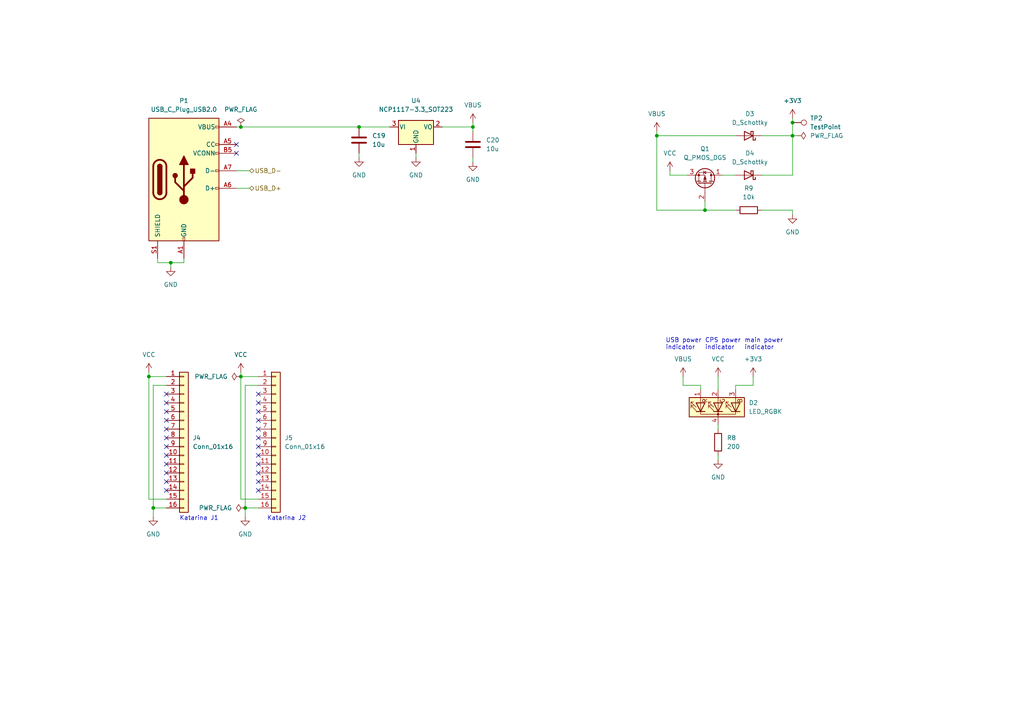
<source format=kicad_sch>
(kicad_sch (version 20211123) (generator eeschema)
  (paper "A4")
  (title_block (title "GPS Radio Beacon: Power and USB") (date "2022-10-23") (rev "0.1.2") (company "Cornell Rocketry Team") (comment 1 "William Barkoff [wb273]"))
  (lib_symbols
    (symbol "Connector:TestPoint" (pin_numbers hide) (pin_names (offset 0.762) hide)
      (property "Reference" "TP" (at 0 6.858 0))
      (property "Value" "TestPoint" (at 0 5.08 0))
      (symbol "TestPoint_0_1"
        (circle (center 0 3.302) (radius 0.762))
      )
      (symbol "TestPoint_1_1"
        (pin passive line (at 0 0 90) (length 2.54) (name "1") (number "1"))
      )
    )
    (symbol "Connector:USB_C_Plug_USB2.0" (pin_names (offset 1.016))
      (property "Reference" "P" (at -10.16 19.05 0))
      (property "Value" "USB_C_Plug_USB2.0" (at 12.7 19.05 0))
      (symbol "USB_C_Plug_USB2.0_0_0"
        (rectangle (start -0.254 -17.78) (end 0.254 -16.764))
        (rectangle (start 10.16 -2.286) (end 9.144 -2.794))
        (rectangle (start 10.16 2.794) (end 9.144 2.286))
        (rectangle (start 10.16 7.874) (end 9.144 7.366))
        (rectangle (start 10.16 10.414) (end 9.144 9.906))
        (rectangle (start 10.16 15.494) (end 9.144 14.986))
      )
      (symbol "USB_C_Plug_USB2.0_0_1"
        (rectangle (start -10.16 17.78) (end 10.16 -17.78) (stroke (width 0.254)) (fill (type background)))
        (arc (start -8.89 -3.81) (mid -6.985 -5.715) (end -5.08 -3.81) (stroke (width 0.508)))
        (arc (start -7.62 -3.81) (mid -6.985 -4.445) (end -6.35 -3.81) (stroke (width 0.254)))
        (arc (start -7.62 -3.81) (mid -6.985 -4.445) (end -6.35 -3.81) (stroke (width 0.254)) (fill (type outline)))
        (rectangle (start -7.62 -3.81) (end -6.35 3.81) (stroke (width 0.254)) (fill (type outline)))
        (arc (start -6.35 3.81) (mid -6.985 4.445) (end -7.62 3.81) (stroke (width 0.254)))
        (arc (start -6.35 3.81) (mid -6.985 4.445) (end -7.62 3.81) (stroke (width 0.254)) (fill (type outline)))
        (arc (start -5.08 3.81) (mid -6.985 5.715) (end -8.89 3.81) (stroke (width 0.508)))
        (circle (center -2.54 1.143) (radius 0.635) (stroke (width 0.254)) (fill (type outline)))
        (circle (center 0 -5.842) (radius 1.27) (fill (type outline)))
        (polyline (pts (xy -8.89 -3.81) (xy -8.89 3.81)) (stroke (width 0.508)))
        (polyline (pts (xy -5.08 3.81) (xy -5.08 -3.81)) (stroke (width 0.508)))
        (polyline (pts (xy 0 -5.842) (xy 0 4.318)) (stroke (width 0.508)))
        (polyline (pts (xy 0 -3.302) (xy -2.54 -0.762) (xy -2.54 0.508)) (stroke (width 0.508)))
        (polyline (pts (xy 0 -2.032) (xy 2.54 0.508) (xy 2.54 1.778)) (stroke (width 0.508)))
        (polyline (pts (xy -1.27 4.318) (xy 0 6.858) (xy 1.27 4.318) (xy -1.27 4.318)) (stroke (width 0.254)) (fill (type outline)))
        (rectangle (start 1.905 1.778) (end 3.175 3.048) (stroke (width 0.254)) (fill (type outline)))
      )
      (symbol "USB_C_Plug_USB2.0_1_1"
        (pin passive line (at 0 -22.86 90) (length 5.08) (name "GND") (number "A1"))
        (pin passive line (at 0 -22.86 90) (length 5.08) hide (name "GND") (number "A12"))
        (pin passive line (at 15.24 15.24 180) (length 5.08) (name "VBUS") (number "A4"))
        (pin bidirectional line (at 15.24 10.16 180) (length 5.08) (name "CC") (number "A5"))
        (pin bidirectional line (at 15.24 -2.54 180) (length 5.08) (name "D+") (number "A6"))
        (pin bidirectional line (at 15.24 2.54 180) (length 5.08) (name "D-") (number "A7"))
        (pin passive line (at 15.24 15.24 180) (length 5.08) hide (name "VBUS") (number "A9"))
        (pin passive line (at 0 -22.86 90) (length 5.08) hide (name "GND") (number "B1"))
        (pin passive line (at 0 -22.86 90) (length 5.08) hide (name "GND") (number "B12"))
        (pin passive line (at 15.24 15.24 180) (length 5.08) hide (name "VBUS") (number "B4"))
        (pin bidirectional line (at 15.24 7.62 180) (length 5.08) (name "VCONN") (number "B5"))
        (pin passive line (at 15.24 15.24 180) (length 5.08) hide (name "VBUS") (number "B9"))
        (pin passive line (at -7.62 -22.86 90) (length 5.08) (name "SHIELD") (number "S1"))
      )
    )
    (symbol "Connector_Generic:Conn_01x16" (pin_names (offset 1.016) hide)
      (property "Reference" "J" (at 0 20.32 0))
      (property "Value" "Conn_01x16" (at 0 -22.86 0))
      (symbol "Conn_01x16_1_1"
        (rectangle (start -1.27 -20.193) (end 0 -20.447) (stroke (width 0.1524)))
        (rectangle (start -1.27 -17.653) (end 0 -17.907) (stroke (width 0.1524)))
        (rectangle (start -1.27 -15.113) (end 0 -15.367) (stroke (width 0.1524)))
        (rectangle (start -1.27 -12.573) (end 0 -12.827) (stroke (width 0.1524)))
        (rectangle (start -1.27 -10.033) (end 0 -10.287) (stroke (width 0.1524)))
        (rectangle (start -1.27 -7.493) (end 0 -7.747) (stroke (width 0.1524)))
        (rectangle (start -1.27 -4.953) (end 0 -5.207) (stroke (width 0.1524)))
        (rectangle (start -1.27 -2.413) (end 0 -2.667) (stroke (width 0.1524)))
        (rectangle (start -1.27 0.127) (end 0 -0.127) (stroke (width 0.1524)))
        (rectangle (start -1.27 2.667) (end 0 2.413) (stroke (width 0.1524)))
        (rectangle (start -1.27 5.207) (end 0 4.953) (stroke (width 0.1524)))
        (rectangle (start -1.27 7.747) (end 0 7.493) (stroke (width 0.1524)))
        (rectangle (start -1.27 10.287) (end 0 10.033) (stroke (width 0.1524)))
        (rectangle (start -1.27 12.827) (end 0 12.573) (stroke (width 0.1524)))
        (rectangle (start -1.27 15.367) (end 0 15.113) (stroke (width 0.1524)))
        (rectangle (start -1.27 17.907) (end 0 17.653) (stroke (width 0.1524)))
        (rectangle (start -1.27 19.05) (end 1.27 -21.59) (stroke (width 0.254)) (fill (type background)))
        (pin passive line (at -5.08 17.78 0) (length 3.81) (name "Pin_1") (number "1"))
        (pin passive line (at -5.08 -5.08 0) (length 3.81) (name "Pin_10") (number "10"))
        (pin passive line (at -5.08 -7.62 0) (length 3.81) (name "Pin_11") (number "11"))
        (pin passive line (at -5.08 -10.16 0) (length 3.81) (name "Pin_12") (number "12"))
        (pin passive line (at -5.08 -12.7 0) (length 3.81) (name "Pin_13") (number "13"))
        (pin passive line (at -5.08 -15.24 0) (length 3.81) (name "Pin_14") (number "14"))
        (pin passive line (at -5.08 -17.78 0) (length 3.81) (name "Pin_15") (number "15"))
        (pin passive line (at -5.08 -20.32 0) (length 3.81) (name "Pin_16") (number "16"))
        (pin passive line (at -5.08 15.24 0) (length 3.81) (name "Pin_2") (number "2"))
        (pin passive line (at -5.08 12.7 0) (length 3.81) (name "Pin_3") (number "3"))
        (pin passive line (at -5.08 10.16 0) (length 3.81) (name "Pin_4") (number "4"))
        (pin passive line (at -5.08 7.62 0) (length 3.81) (name "Pin_5") (number "5"))
        (pin passive line (at -5.08 5.08 0) (length 3.81) (name "Pin_6") (number "6"))
        (pin passive line (at -5.08 2.54 0) (length 3.81) (name "Pin_7") (number "7"))
        (pin passive line (at -5.08 0 0) (length 3.81) (name "Pin_8") (number "8"))
        (pin passive line (at -5.08 -2.54 0) (length 3.81) (name "Pin_9") (number "9"))
      )
    )
    (symbol "Device:C" (pin_numbers hide) (pin_names (offset 0.254))
      (property "Reference" "C" (at 0.635 2.54 0))
      (property "Value" "C" (at 0.635 -2.54 0))
      (symbol "C_0_1"
        (polyline (pts (xy -2.032 -0.762) (xy 2.032 -0.762)) (stroke (width 0.508)))
        (polyline (pts (xy -2.032 0.762) (xy 2.032 0.762)) (stroke (width 0.508)))
      )
      (symbol "C_1_1"
        (pin passive line (at 0 3.81 270) (length 2.794) (name "~") (number "1"))
        (pin passive line (at 0 -3.81 90) (length 2.794) (name "~") (number "2"))
      )
    )
    (symbol "Device:D_Schottky" (pin_numbers hide) (pin_names (offset 1.016) hide)
      (property "Reference" "D" (at 0 2.54 0))
      (property "Value" "D_Schottky" (at 0 -2.54 0))
      (symbol "D_Schottky_0_1"
        (polyline (pts (xy 1.27 0) (xy -1.27 0)))
        (polyline (pts (xy 1.27 1.27) (xy 1.27 -1.27) (xy -1.27 0) (xy 1.27 1.27)) (stroke (width 0.254)))
        (polyline (pts (xy -1.905 0.635) (xy -1.905 1.27) (xy -1.27 1.27) (xy -1.27 -1.27) (xy -0.635 -1.27) (xy -0.635 -0.635)) (stroke (width 0.254)))
      )
      (symbol "D_Schottky_1_1"
        (pin passive line (at -3.81 0 0) (length 2.54) (name "K") (number "1"))
        (pin passive line (at 3.81 0 180) (length 2.54) (name "A") (number "2"))
      )
    )
    (symbol "Device:LED_RGBK" (pin_names (offset 0) hide)
      (property "Reference" "D" (at 0 9.398 0))
      (property "Value" "LED_RGBK" (at 0 -8.89 0))
      (symbol "LED_RGBK_0_0"
        (text "B" (at 1.905 -6.35 0) (effects (font (size 1.27 1.27))))
        (text "G" (at 1.905 -1.27 0) (effects (font (size 1.27 1.27))))
        (text "R" (at 1.905 3.81 0) (effects (font (size 1.27 1.27))))
      )
      (symbol "LED_RGBK_0_1"
        (circle (center -2.032 0) (radius 0.254) (fill (type outline)))
        (polyline (pts (xy -1.27 -5.08) (xy 1.27 -5.08)))
        (polyline (pts (xy -1.27 -3.81) (xy -1.27 -6.35)) (stroke (width 0.254)))
        (polyline (pts (xy -1.27 0) (xy -2.54 0)))
        (polyline (pts (xy -1.27 1.27) (xy -1.27 -1.27)) (stroke (width 0.254)))
        (polyline (pts (xy -1.27 5.08) (xy 1.27 5.08)))
        (polyline (pts (xy -1.27 6.35) (xy -1.27 3.81)) (stroke (width 0.254)))
        (polyline (pts (xy 1.27 -5.08) (xy 2.54 -5.08)))
        (polyline (pts (xy 1.27 0) (xy -1.27 0)))
        (polyline (pts (xy 1.27 0) (xy 2.54 0)))
        (polyline (pts (xy 1.27 5.08) (xy 2.54 5.08)))
        (polyline (pts (xy -1.27 1.27) (xy -1.27 -1.27) (xy -1.27 -1.27)))
        (polyline (pts (xy -1.27 6.35) (xy -1.27 3.81) (xy -1.27 3.81)))
        (polyline (pts (xy -1.27 5.08) (xy -2.032 5.08) (xy -2.032 -5.08) (xy -1.016 -5.08)))
        (polyline (pts (xy 1.27 -3.81) (xy 1.27 -6.35) (xy -1.27 -5.08) (xy 1.27 -3.81)) (stroke (width 0.254)))
        (polyline (pts (xy 1.27 1.27) (xy 1.27 -1.27) (xy -1.27 0) (xy 1.27 1.27)) (stroke (width 0.254)))
        (polyline (pts (xy 1.27 6.35) (xy 1.27 3.81) (xy -1.27 5.08) (xy 1.27 6.35)) (stroke (width 0.254)))
        (polyline (pts (xy -1.016 -3.81) (xy 0.508 -2.286) (xy -0.254 -2.286) (xy 0.508 -2.286) (xy 0.508 -3.048)))
        (polyline (pts (xy -1.016 1.27) (xy 0.508 2.794) (xy -0.254 2.794) (xy 0.508 2.794) (xy 0.508 2.032)))
        (polyline (pts (xy -1.016 6.35) (xy 0.508 7.874) (xy -0.254 7.874) (xy 0.508 7.874) (xy 0.508 7.112)))
        (polyline (pts (xy 0 -3.81) (xy 1.524 -2.286) (xy 0.762 -2.286) (xy 1.524 -2.286) (xy 1.524 -3.048)))
        (polyline (pts (xy 0 1.27) (xy 1.524 2.794) (xy 0.762 2.794) (xy 1.524 2.794) (xy 1.524 2.032)))
        (polyline (pts (xy 0 6.35) (xy 1.524 7.874) (xy 0.762 7.874) (xy 1.524 7.874) (xy 1.524 7.112)))
        (rectangle (start 1.27 -1.27) (end 1.27 1.27))
        (rectangle (start 1.27 1.27) (end 1.27 1.27))
        (rectangle (start 1.27 3.81) (end 1.27 6.35))
        (rectangle (start 1.27 6.35) (end 1.27 6.35))
        (rectangle (start 2.794 8.382) (end -2.794 -7.62) (stroke (width 0.254)) (fill (type background)))
      )
      (symbol "LED_RGBK_1_1"
        (pin passive line (at 5.08 5.08 180) (length 2.54) (name "RA") (number "1"))
        (pin passive line (at 5.08 0 180) (length 2.54) (name "GA") (number "2"))
        (pin passive line (at 5.08 -5.08 180) (length 2.54) (name "BA") (number "3"))
        (pin passive line (at -5.08 0 0) (length 2.54) (name "K") (number "4"))
      )
    )
    (symbol "Device:Q_PMOS_DGS" (pin_names (offset 0) hide)
      (property "Reference" "Q" (at 5.08 1.27 0))
      (property "Value" "Q_PMOS_DGS" (at 5.08 -1.27 0))
      (symbol "Q_PMOS_DGS_0_1"
        (polyline (pts (xy 0.254 0) (xy -2.54 0)))
        (polyline (pts (xy 0.254 1.905) (xy 0.254 -1.905)) (stroke (width 0.254)))
        (polyline (pts (xy 0.762 -1.27) (xy 0.762 -2.286)) (stroke (width 0.254)))
        (polyline (pts (xy 0.762 0.508) (xy 0.762 -0.508)) (stroke (width 0.254)))
        (polyline (pts (xy 0.762 2.286) (xy 0.762 1.27)) (stroke (width 0.254)))
        (polyline (pts (xy 2.54 2.54) (xy 2.54 1.778)))
        (polyline (pts (xy 2.54 -2.54) (xy 2.54 0) (xy 0.762 0)))
        (polyline (pts (xy 0.762 1.778) (xy 3.302 1.778) (xy 3.302 -1.778) (xy 0.762 -1.778)))
        (polyline (pts (xy 2.286 0) (xy 1.27 0.381) (xy 1.27 -0.381) (xy 2.286 0)) (fill (type outline)))
        (polyline (pts (xy 2.794 -0.508) (xy 2.921 -0.381) (xy 3.683 -0.381) (xy 3.81 -0.254)))
        (polyline (pts (xy 3.302 -0.381) (xy 2.921 0.254) (xy 3.683 0.254) (xy 3.302 -0.381)))
        (circle (center 1.651 0) (radius 2.794) (stroke (width 0.254)))
        (circle (center 2.54 -1.778) (radius 0.254) (fill (type outline)))
        (circle (center 2.54 1.778) (radius 0.254) (fill (type outline)))
      )
      (symbol "Q_PMOS_DGS_1_1"
        (pin passive line (at 2.54 5.08 270) (length 2.54) (name "D") (number "1"))
        (pin input line (at -5.08 0 0) (length 2.54) (name "G") (number "2"))
        (pin passive line (at 2.54 -5.08 90) (length 2.54) (name "S") (number "3"))
      )
    )
    (symbol "Device:R" (pin_numbers hide) (pin_names (offset 0))
      (property "Reference" "R" (at 2.032 0 90))
      (property "Value" "R" (at 0 0 90))
      (symbol "R_0_1"
        (rectangle (start -1.016 -2.54) (end 1.016 2.54) (stroke (width 0.254)))
      )
      (symbol "R_1_1"
        (pin passive line (at 0 3.81 270) (length 1.27) (name "~") (number "1"))
        (pin passive line (at 0 -3.81 90) (length 1.27) (name "~") (number "2"))
      )
    )
    (symbol "Regulator_Linear:NCP1117-3.3_SOT223" (pin_names (offset 0.254))
      (property "Reference" "U" (at -3.81 3.175 0))
      (property "Value" "NCP1117-3.3_SOT223" (at 0 3.175 0))
      (symbol "NCP1117-3.3_SOT223_0_1"
        (rectangle (start -5.08 -5.08) (end 5.08 1.905) (stroke (width 0.254)) (fill (type background)))
      )
      (symbol "NCP1117-3.3_SOT223_1_1"
        (pin power_in line (at 0 -7.62 90) (length 2.54) (name "GND") (number "1"))
        (pin power_out line (at 7.62 0 180) (length 2.54) (name "VO") (number "2"))
        (pin power_in line (at -7.62 0 0) (length 2.54) (name "VI") (number "3"))
      )
    )
    (symbol "power:+3V3" (power) (pin_names (offset 0))
      (property "Value" "+3V3" (at 0 3.556 0))
      (symbol "+3V3_0_1"
        (polyline (pts (xy -0.762 1.27) (xy 0 2.54)))
        (polyline (pts (xy 0 0) (xy 0 2.54)))
        (polyline (pts (xy 0 2.54) (xy 0.762 1.27)))
      )
      (symbol "+3V3_1_1"
        (pin power_in line (at 0 0 90) (length 0) hide (name "+3V3") (number "1"))
      )
    )
    (symbol "power:GND" (power) (pin_names (offset 0))
      (property "Value" "GND" (at 0 -3.81 0))
      (symbol "GND_0_1"
        (polyline (pts (xy 0 0) (xy 0 -1.27) (xy 1.27 -1.27) (xy 0 -2.54) (xy -1.27 -1.27) (xy 0 -1.27)))
      )
      (symbol "GND_1_1"
        (pin power_in line (at 0 0 270) (length 0) hide (name "GND") (number "1"))
      )
    )
    (symbol "power:PWR_FLAG" (power) (pin_numbers hide) (pin_names (offset 0) hide)
      (property "Value" "PWR_FLAG" (at 0 3.81 0))
      (symbol "PWR_FLAG_0_0"
        (pin power_out line (at 0 0 90) (length 0) (name "pwr") (number "1"))
      )
      (symbol "PWR_FLAG_0_1"
        (polyline (pts (xy 0 0) (xy 0 1.27) (xy -1.016 1.905) (xy 0 2.54) (xy 1.016 1.905) (xy 0 1.27)))
      )
    )
    (symbol "power:VBUS" (power) (pin_names (offset 0))
      (property "Value" "VBUS" (at 0 3.81 0))
      (symbol "VBUS_0_1"
        (polyline (pts (xy -0.762 1.27) (xy 0 2.54)))
        (polyline (pts (xy 0 0) (xy 0 2.54)))
        (polyline (pts (xy 0 2.54) (xy 0.762 1.27)))
      )
      (symbol "VBUS_1_1"
        (pin power_in line (at 0 0 90) (length 0) hide (name "VBUS") (number "1"))
      )
    )
    (symbol "power:VCC" (power) (pin_names (offset 0))
      (property "Value" "VCC" (at 0 3.81 0))
      (symbol "VCC_0_1"
        (polyline (pts (xy -0.762 1.27) (xy 0 2.54)))
        (polyline (pts (xy 0 0) (xy 0 2.54)))
        (polyline (pts (xy 0 2.54) (xy 0.762 1.27)))
      )
      (symbol "VCC_1_1"
        (pin power_in line (at 0 0 90) (length 0) hide (name "VCC") (number "1"))
      )
    )
  )
  (junction (at 43.18 109.22))
  (junction (at 71.12 147.32))
  (junction (at 137.16 36.83))
  (junction (at 69.85 36.83))
  (junction (at 229.87 35.56))
  (junction (at 69.85 109.22))
  (junction (at 204.47 60.96))
  (junction (at 49.53 76.2))
  (junction (at 104.14 36.83))
  (junction (at 44.45 147.32))
  (junction (at 190.5 39.37))
  (junction (at 229.87 39.37))
  (no_connect (at 48.26 116.84))
  (no_connect (at 48.26 129.54))
  (no_connect (at 74.93 116.84))
  (no_connect (at 48.26 139.7))
  (no_connect (at 74.93 121.92))
  (no_connect (at 74.93 114.3))
  (no_connect (at 48.26 121.92))
  (no_connect (at 74.93 119.38))
  (no_connect (at 48.26 137.16))
  (no_connect (at 74.93 139.7))
  (no_connect (at 74.93 134.62))
  (no_connect (at 48.26 127))
  (no_connect (at 74.93 124.46))
  (no_connect (at 74.93 142.24))
  (no_connect (at 74.93 137.16))
  (no_connect (at 74.93 129.54))
  (no_connect (at 48.26 114.3))
  (no_connect (at 48.26 142.24))
  (no_connect (at 48.26 134.62))
  (no_connect (at 74.93 127))
  (no_connect (at 48.26 132.08))
  (no_connect (at 48.26 124.46))
  (no_connect (at 68.58 44.45))
  (no_connect (at 74.93 132.08))
  (no_connect (at 48.26 119.38))
  (no_connect (at 68.58 41.91))
  (wire (pts (xy 104.14 44.45) (xy 104.14 45.72)))
  (wire (pts (xy 198.12 109.22) (xy 198.12 111.76)))
  (wire (pts (xy 190.5 38.1) (xy 190.5 39.37)))
  (wire (pts (xy 71.12 149.86) (xy 71.12 147.32)))
  (wire (pts (xy 231.14 39.37) (xy 229.87 39.37)))
  (wire (pts (xy 69.85 109.22) (xy 74.93 109.22)))
  (wire (pts (xy 203.2 111.76) (xy 203.2 113.03)))
  (wire (pts (xy 71.12 111.76) (xy 74.93 111.76)))
  (wire (pts (xy 137.16 38.1) (xy 137.16 36.83)))
  (wire (pts (xy 104.14 36.83) (xy 113.03 36.83)))
  (wire (pts (xy 190.5 39.37) (xy 190.5 60.96)))
  (wire (pts (xy 194.31 49.53) (xy 194.31 50.8)))
  (wire (pts (xy 208.28 132.08) (xy 208.28 133.35)))
  (wire (pts (xy 194.31 50.8) (xy 199.39 50.8)))
  (wire (pts (xy 69.85 107.95) (xy 69.85 109.22)))
  (wire (pts (xy 137.16 45.72) (xy 137.16 46.99)))
  (wire (pts (xy 43.18 144.78) (xy 48.26 144.78)))
  (wire (pts (xy 198.12 111.76) (xy 203.2 111.76)))
  (wire (pts (xy 45.72 76.2) (xy 49.53 76.2)))
  (wire (pts (xy 218.44 111.76) (xy 213.36 111.76)))
  (wire (pts (xy 44.45 149.86) (xy 44.45 147.32)))
  (wire (pts (xy 49.53 76.2) (xy 49.53 77.47)))
  (wire (pts (xy 68.58 49.53) (xy 72.39 49.53)))
  (wire (pts (xy 71.12 111.76) (xy 71.12 147.32)))
  (wire (pts (xy 229.87 35.56) (xy 229.87 39.37)))
  (wire (pts (xy 204.47 60.96) (xy 213.36 60.96)))
  (wire (pts (xy 49.53 76.2) (xy 53.34 76.2)))
  (wire (pts (xy 69.85 109.22) (xy 69.85 144.78)))
  (wire (pts (xy 45.72 74.93) (xy 45.72 76.2)))
  (wire (pts (xy 69.85 36.83) (xy 68.58 36.83)))
  (wire (pts (xy 53.34 76.2) (xy 53.34 74.93)))
  (wire (pts (xy 69.85 36.83) (xy 104.14 36.83)))
  (wire (pts (xy 208.28 123.19) (xy 208.28 124.46)))
  (wire (pts (xy 229.87 60.96) (xy 229.87 62.23)))
  (wire (pts (xy 69.85 144.78) (xy 74.93 144.78)))
  (wire (pts (xy 190.5 60.96) (xy 204.47 60.96)))
  (wire (pts (xy 190.5 39.37) (xy 213.36 39.37)))
  (wire (pts (xy 43.18 109.22) (xy 43.18 144.78)))
  (wire (pts (xy 218.44 109.22) (xy 218.44 111.76)))
  (wire (pts (xy 204.47 58.42) (xy 204.47 60.96)))
  (wire (pts (xy 220.98 50.8) (xy 229.87 50.8)))
  (wire (pts (xy 137.16 35.56) (xy 137.16 36.83)))
  (wire (pts (xy 128.27 36.83) (xy 137.16 36.83)))
  (wire (pts (xy 220.98 60.96) (xy 229.87 60.96)))
  (wire (pts (xy 229.87 50.8) (xy 229.87 39.37)))
  (wire (pts (xy 209.55 50.8) (xy 213.36 50.8)))
  (wire (pts (xy 72.39 54.61) (xy 68.58 54.61)))
  (wire (pts (xy 120.65 44.45) (xy 120.65 45.72)))
  (wire (pts (xy 44.45 111.76) (xy 48.26 111.76)))
  (wire (pts (xy 229.87 34.29) (xy 229.87 35.56)))
  (wire (pts (xy 44.45 147.32) (xy 48.26 147.32)))
  (wire (pts (xy 213.36 111.76) (xy 213.36 113.03)))
  (wire (pts (xy 44.45 111.76) (xy 44.45 147.32)))
  (wire (pts (xy 71.12 147.32) (xy 74.93 147.32)))
  (wire (pts (xy 220.98 39.37) (xy 229.87 39.37)))
  (wire (pts (xy 43.18 107.95) (xy 43.18 109.22)))
  (wire (pts (xy 208.28 109.22) (xy 208.28 113.03)))
  (wire (pts (xy 43.18 109.22) (xy 48.26 109.22)))
  (text "Katarina J1" (at 52.07 151.13 0) (effects (font (size 1.27 1.27)) (justify left bottom)))
  (text "main power\nindicator" (at 215.9 101.6 0) (effects (font (size 1.27 1.27)) (justify left bottom)))
  (text "Katarina J2" (at 77.47 151.13 0) (effects (font (size 1.27 1.27)) (justify left bottom)))
  (text "USB power\nindicator" (at 193.04 101.6 0) (effects (font (size 1.27 1.27)) (justify left bottom)))
  (text "CPS power\nindicator" (at 204.47 101.6 0) (effects (font (size 1.27 1.27)) (justify left bottom)))
  (hierarchical_label "USB_D-" (shape bidirectional) (at 72.39 49.53 0))
  (hierarchical_label "USB_D+" (shape bidirectional) (at 72.39 54.61 0))
  (symbol (lib_id "power:GND") (at 49.53 77.47 0) (unit 1)
    (property "Reference" "#PWR026" (effects hide))
    (property "Value" "GND" (at 49.53 82.55 0))
  )
  (symbol (lib_id "power:VBUS") (at 198.12 109.22 0) (unit 1)
    (property "Reference" "#PWR035" (effects hide))
    (property "Value" "VBUS" (at 198.12 104.14 0))
  )
  (symbol (lib_id "power:VCC") (at 194.31 49.53 0) (unit 1)
    (property "Reference" "#PWR034" (effects hide))
    (property "Value" "VCC" (at 194.31 44.45 0))
  )
  (symbol (lib_id "power:VCC") (at 43.18 107.95 0) (unit 1)
    (property "Reference" "#PWR024" (effects hide))
    (property "Value" "VCC" (at 43.18 102.87 0))
  )
  (symbol (lib_id "Device:C") (at 137.16 41.91 0) (unit 1)
    (property "Reference" "C20" (at 140.97 40.6399 0) (effects (justify left)))
    (property "Value" "10u" (at 140.97 43.1799 0) (effects (justify left)))
  )
  (symbol (lib_id "power:VCC") (at 208.28 109.22 0) (unit 1)
    (property "Reference" "#PWR036" (effects hide))
    (property "Value" "VCC" (at 208.28 104.14 0))
  )
  (symbol (lib_id "power:PWR_FLAG") (at 69.85 36.83 0) (unit 1)
    (property "Reference" "#FLG01" (effects hide))
    (property "Value" "PWR_FLAG" (at 69.85 31.75 0))
  )
  (symbol (lib_id "Device:LED_RGBK") (at 208.28 118.11 90) (unit 1)
    (property "Reference" "D2" (at 217.17 116.8399 90) (effects (justify right)))
    (property "Value" "LED_RGBK" (at 217.17 119.3799 90) (effects (justify right)))
  )
  (symbol (lib_id "Device:D_Schottky") (at 217.17 50.8 180) (unit 1)
    (property "Reference" "D4" (at 217.4875 44.45 0))
    (property "Value" "D_Schottky" (at 217.4875 46.99 0))
  )
  (symbol (lib_id "power:VBUS") (at 137.16 35.56 0) (unit 1)
    (property "Reference" "#PWR031" (effects hide))
    (property "Value" "VBUS" (at 137.16 30.48 0))
  )
  (symbol (lib_id "Connector:TestPoint") (at 229.87 35.56 270) (unit 1)
    (property "Reference" "TP2" (at 234.95 34.2899 90) (effects (justify left)))
    (property "Value" "TestPoint" (at 234.95 36.8299 90) (effects (justify left)))
  )
  (symbol (lib_id "Device:C") (at 104.14 40.64 0) (unit 1)
    (property "Reference" "C19" (at 107.95 39.3699 0) (effects (justify left)))
    (property "Value" "10u" (at 107.95 41.9099 0) (effects (justify left)))
  )
  (symbol (lib_id "power:GND") (at 104.14 45.72 0) (unit 1)
    (property "Reference" "#PWR029" (effects hide))
    (property "Value" "GND" (at 104.14 50.8 0))
  )
  (symbol (lib_id "power:VCC") (at 69.85 107.95 0) (unit 1)
    (property "Reference" "#PWR027" (effects hide))
    (property "Value" "VCC" (at 69.85 102.87 0))
  )
  (symbol (lib_id "power:PWR_FLAG") (at 71.12 147.32 90) (unit 1)
    (property "Reference" "#FLG03" (effects hide))
    (property "Value" "PWR_FLAG" (at 67.31 147.3199 90) (effects (justify left)))
  )
  (symbol (lib_id "power:GND") (at 120.65 45.72 0) (unit 1)
    (property "Reference" "#PWR030" (effects hide))
    (property "Value" "GND" (at 120.65 50.8 0))
  )
  (symbol (lib_id "power:+3V3") (at 229.87 34.29 0) (unit 1)
    (property "Reference" "#PWR039" (effects hide))
    (property "Value" "+3V3" (at 229.87 29.21 0))
  )
  (symbol (lib_id "power:GND") (at 137.16 46.99 0) (unit 1)
    (property "Reference" "#PWR032" (effects hide))
    (property "Value" "GND" (at 137.16 52.07 0))
  )
  (symbol (lib_id "power:VBUS") (at 190.5 38.1 0) (unit 1)
    (property "Reference" "#PWR033" (effects hide))
    (property "Value" "VBUS" (at 190.5 33.02 0))
  )
  (symbol (lib_id "power:GND") (at 44.45 149.86 0) (unit 1)
    (property "Reference" "#PWR025" (effects hide))
    (property "Value" "GND" (at 44.45 154.94 0))
  )
  (symbol (lib_id "power:PWR_FLAG") (at 69.85 109.22 90) (unit 1)
    (property "Reference" "#FLG02" (effects hide))
    (property "Value" "PWR_FLAG" (at 66.04 109.2199 90) (effects (justify left)))
  )
  (symbol (lib_id "Connector_Generic:Conn_01x16") (at 53.34 127 0) (unit 1)
    (property "Reference" "J4" (at 55.88 126.9999 0) (effects (justify left)))
    (property "Value" "Conn_01x16" (at 55.88 129.5399 0) (effects (justify left)))
  )
  (symbol (lib_id "power:GND") (at 208.28 133.35 0) (unit 1)
    (property "Reference" "#PWR037" (effects hide))
    (property "Value" "GND" (at 208.28 138.43 0))
  )
  (symbol (lib_id "Device:R") (at 208.28 128.27 0) (unit 1)
    (property "Reference" "R8" (at 210.82 126.9999 0) (effects (justify left)))
    (property "Value" "200" (at 210.82 129.5399 0) (effects (justify left)))
  )
  (symbol (lib_id "power:GND") (at 71.12 149.86 0) (unit 1)
    (property "Reference" "#PWR028" (effects hide))
    (property "Value" "GND" (at 71.12 154.94 0))
  )
  (symbol (lib_id "Device:Q_PMOS_DGS") (at 204.47 53.34 270) (mirror x) (unit 1)
    (property "Reference" "Q1" (at 204.47 43.18 90))
    (property "Value" "Q_PMOS_DGS" (at 204.47 45.72 90))
  )
  (symbol (lib_id "power:+3V3") (at 218.44 109.22 0) (unit 1)
    (property "Reference" "#PWR038" (effects hide))
    (property "Value" "+3V3" (at 218.44 104.14 0))
  )
  (symbol (lib_id "Connector_Generic:Conn_01x16") (at 80.01 127 0) (unit 1)
    (property "Reference" "J5" (at 82.55 126.9999 0) (effects (justify left)))
    (property "Value" "Conn_01x16" (at 82.55 129.5399 0) (effects (justify left)))
  )
  (symbol (lib_id "Device:D_Schottky") (at 217.17 39.37 180) (unit 1)
    (property "Reference" "D3" (at 217.4875 33.02 0))
    (property "Value" "D_Schottky" (at 217.4875 35.56 0))
  )
  (symbol (lib_id "Device:R") (at 217.17 60.96 90) (unit 1)
    (property "Reference" "R9" (at 217.17 54.61 90))
    (property "Value" "10k" (at 217.17 57.15 90))
  )
  (symbol (lib_id "Regulator_Linear:NCP1117-3.3_SOT223") (at 120.65 36.83 0) (unit 1)
    (property "Reference" "U4" (at 120.65 29.21 0))
    (property "Value" "NCP1117-3.3_SOT223" (at 120.65 31.75 0))
    (property "Footprint" "Package_TO_SOT_SMD:SOT-223-3_TabPin2" (effects hide))
    (property "Datasheet" "http://www.onsemi.com/pub_link/Collateral/NCP1117-D.PDF" (effects hide))
  )
  (symbol (lib_id "Connector:USB_C_Plug_USB2.0") (at 53.34 52.07 0) (unit 1)
    (property "Reference" "P1" (at 53.34 29.21 0))
    (property "Value" "USB_C_Plug_USB2.0" (at 53.34 31.75 0))
    (property "Datasheet" "https://www.usb.org/sites/default/files/documents/usb_type-c.zip" (effects hide))
  )
  (symbol (lib_id "power:GND") (at 229.87 62.23 0) (unit 1)
    (property "Reference" "#PWR040" (effects hide))
    (property "Value" "GND" (at 229.87 67.31 0))
  )
  (symbol (lib_id "power:PWR_FLAG") (at 231.14 39.37 270) (unit 1)
    (property "Reference" "#FLG04" (effects hide))
    (property "Value" "PWR_FLAG" (at 234.95 39.3699 90) (effects (justify left)))
  )
)
</source>
